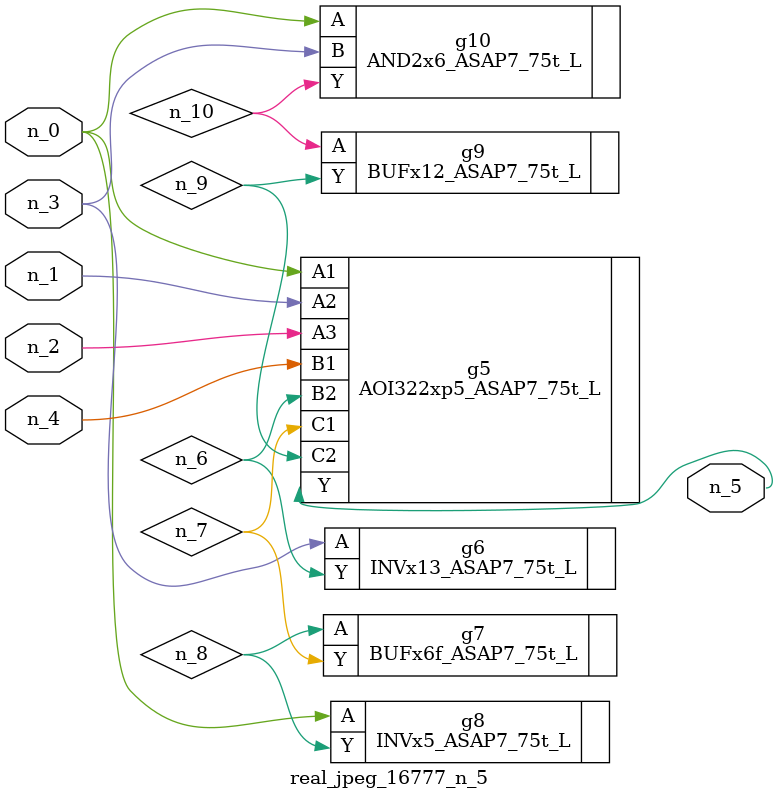
<source format=v>
module real_jpeg_16777_n_5 (n_4, n_0, n_1, n_2, n_3, n_5);

input n_4;
input n_0;
input n_1;
input n_2;
input n_3;

output n_5;

wire n_8;
wire n_6;
wire n_7;
wire n_10;
wire n_9;

AOI322xp5_ASAP7_75t_L g5 ( 
.A1(n_0),
.A2(n_1),
.A3(n_2),
.B1(n_4),
.B2(n_6),
.C1(n_7),
.C2(n_9),
.Y(n_5)
);

INVx5_ASAP7_75t_L g8 ( 
.A(n_0),
.Y(n_8)
);

AND2x6_ASAP7_75t_L g10 ( 
.A(n_0),
.B(n_3),
.Y(n_10)
);

INVx13_ASAP7_75t_L g6 ( 
.A(n_3),
.Y(n_6)
);

BUFx6f_ASAP7_75t_L g7 ( 
.A(n_8),
.Y(n_7)
);

BUFx12_ASAP7_75t_L g9 ( 
.A(n_10),
.Y(n_9)
);


endmodule
</source>
